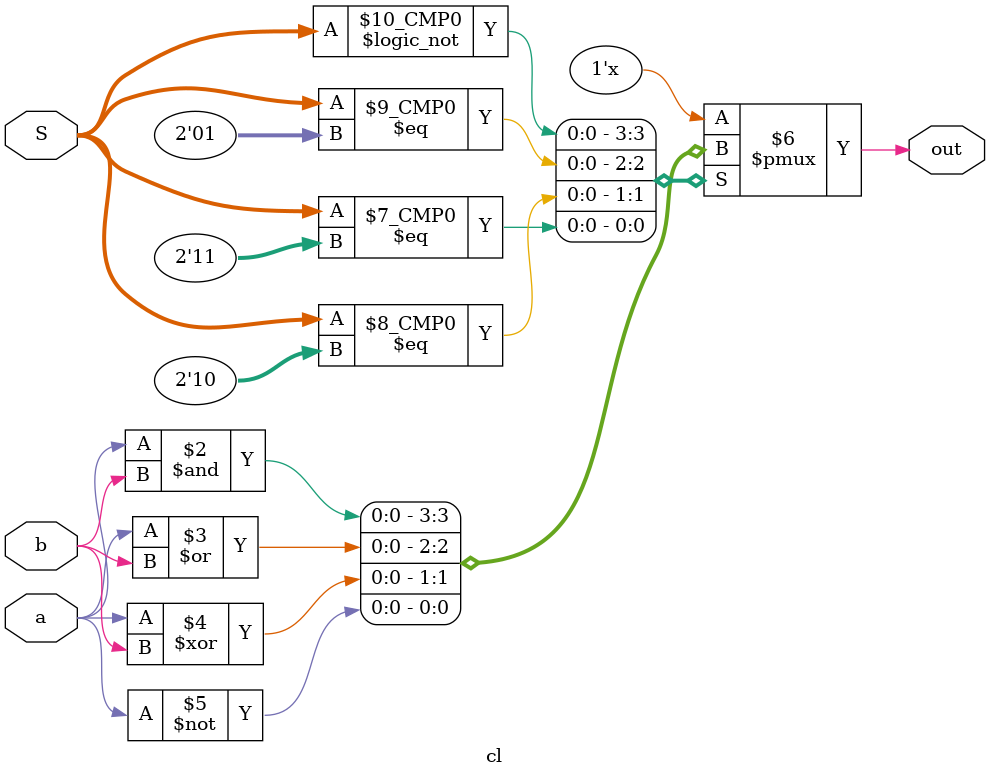
<source format=v>

module cl(output reg out, input wire a, b, input wire [1:0] S);
  always @ (S or a or b)
    begin
      case (S)
        2'b00: out = a & b; /// Puerta and
        2'b01: out = a | b; /// Puerta or
        2'b10: out = a ^ b; /// Puerta xor
        2'b11: out = ~a; /// Puerta not
      endcase
    end
endmodule

</source>
